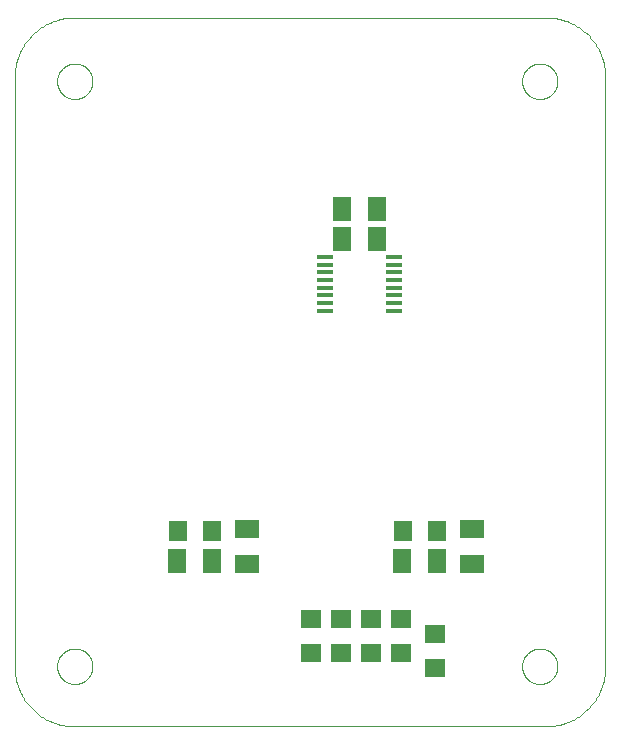
<source format=gbp>
G75*
%MOIN*%
%OFA0B0*%
%FSLAX25Y25*%
%IPPOS*%
%LPD*%
%AMOC8*
5,1,8,0,0,1.08239X$1,22.5*
%
%ADD10C,0.00000*%
%ADD11R,0.05906X0.07874*%
%ADD12R,0.07874X0.05906*%
%ADD13R,0.05800X0.01400*%
%ADD14R,0.07098X0.06299*%
%ADD15R,0.06299X0.07098*%
D10*
X0007850Y0024870D02*
X0007850Y0221720D01*
X0007856Y0222196D01*
X0007873Y0222671D01*
X0007902Y0223146D01*
X0007942Y0223620D01*
X0007994Y0224093D01*
X0008057Y0224564D01*
X0008131Y0225034D01*
X0008217Y0225502D01*
X0008314Y0225968D01*
X0008422Y0226431D01*
X0008541Y0226891D01*
X0008672Y0227349D01*
X0008813Y0227803D01*
X0008966Y0228254D01*
X0009129Y0228700D01*
X0009303Y0229143D01*
X0009488Y0229581D01*
X0009683Y0230015D01*
X0009889Y0230444D01*
X0010105Y0230868D01*
X0010331Y0231287D01*
X0010567Y0231700D01*
X0010813Y0232107D01*
X0011069Y0232508D01*
X0011335Y0232902D01*
X0011610Y0233291D01*
X0011894Y0233672D01*
X0012187Y0234046D01*
X0012489Y0234414D01*
X0012801Y0234774D01*
X0013120Y0235126D01*
X0013448Y0235470D01*
X0013785Y0235807D01*
X0014129Y0236135D01*
X0014481Y0236454D01*
X0014841Y0236766D01*
X0015209Y0237068D01*
X0015583Y0237361D01*
X0015964Y0237645D01*
X0016353Y0237920D01*
X0016747Y0238186D01*
X0017148Y0238442D01*
X0017555Y0238688D01*
X0017968Y0238924D01*
X0018387Y0239150D01*
X0018811Y0239366D01*
X0019240Y0239572D01*
X0019674Y0239767D01*
X0020112Y0239952D01*
X0020555Y0240126D01*
X0021001Y0240289D01*
X0021452Y0240442D01*
X0021906Y0240583D01*
X0022364Y0240714D01*
X0022824Y0240833D01*
X0023287Y0240941D01*
X0023753Y0241038D01*
X0024221Y0241124D01*
X0024691Y0241198D01*
X0025162Y0241261D01*
X0025635Y0241313D01*
X0026109Y0241353D01*
X0026584Y0241382D01*
X0027059Y0241399D01*
X0027535Y0241405D01*
X0027535Y0241406D02*
X0185015Y0241406D01*
X0185015Y0241405D02*
X0185491Y0241399D01*
X0185966Y0241382D01*
X0186441Y0241353D01*
X0186915Y0241313D01*
X0187388Y0241261D01*
X0187859Y0241198D01*
X0188329Y0241124D01*
X0188797Y0241038D01*
X0189263Y0240941D01*
X0189726Y0240833D01*
X0190186Y0240714D01*
X0190644Y0240583D01*
X0191098Y0240442D01*
X0191549Y0240289D01*
X0191995Y0240126D01*
X0192438Y0239952D01*
X0192876Y0239767D01*
X0193310Y0239572D01*
X0193739Y0239366D01*
X0194163Y0239150D01*
X0194582Y0238924D01*
X0194995Y0238688D01*
X0195402Y0238442D01*
X0195803Y0238186D01*
X0196197Y0237920D01*
X0196586Y0237645D01*
X0196967Y0237361D01*
X0197341Y0237068D01*
X0197709Y0236766D01*
X0198069Y0236454D01*
X0198421Y0236135D01*
X0198765Y0235807D01*
X0199102Y0235470D01*
X0199430Y0235126D01*
X0199749Y0234774D01*
X0200061Y0234414D01*
X0200363Y0234046D01*
X0200656Y0233672D01*
X0200940Y0233291D01*
X0201215Y0232902D01*
X0201481Y0232508D01*
X0201737Y0232107D01*
X0201983Y0231700D01*
X0202219Y0231287D01*
X0202445Y0230868D01*
X0202661Y0230444D01*
X0202867Y0230015D01*
X0203062Y0229581D01*
X0203247Y0229143D01*
X0203421Y0228700D01*
X0203584Y0228254D01*
X0203737Y0227803D01*
X0203878Y0227349D01*
X0204009Y0226891D01*
X0204128Y0226431D01*
X0204236Y0225968D01*
X0204333Y0225502D01*
X0204419Y0225034D01*
X0204493Y0224564D01*
X0204556Y0224093D01*
X0204608Y0223620D01*
X0204648Y0223146D01*
X0204677Y0222671D01*
X0204694Y0222196D01*
X0204700Y0221720D01*
X0204700Y0024870D01*
X0204694Y0024394D01*
X0204677Y0023919D01*
X0204648Y0023444D01*
X0204608Y0022970D01*
X0204556Y0022497D01*
X0204493Y0022026D01*
X0204419Y0021556D01*
X0204333Y0021088D01*
X0204236Y0020622D01*
X0204128Y0020159D01*
X0204009Y0019699D01*
X0203878Y0019241D01*
X0203737Y0018787D01*
X0203584Y0018336D01*
X0203421Y0017890D01*
X0203247Y0017447D01*
X0203062Y0017009D01*
X0202867Y0016575D01*
X0202661Y0016146D01*
X0202445Y0015722D01*
X0202219Y0015303D01*
X0201983Y0014890D01*
X0201737Y0014483D01*
X0201481Y0014082D01*
X0201215Y0013688D01*
X0200940Y0013299D01*
X0200656Y0012918D01*
X0200363Y0012544D01*
X0200061Y0012176D01*
X0199749Y0011816D01*
X0199430Y0011464D01*
X0199102Y0011120D01*
X0198765Y0010783D01*
X0198421Y0010455D01*
X0198069Y0010136D01*
X0197709Y0009824D01*
X0197341Y0009522D01*
X0196967Y0009229D01*
X0196586Y0008945D01*
X0196197Y0008670D01*
X0195803Y0008404D01*
X0195402Y0008148D01*
X0194995Y0007902D01*
X0194582Y0007666D01*
X0194163Y0007440D01*
X0193739Y0007224D01*
X0193310Y0007018D01*
X0192876Y0006823D01*
X0192438Y0006638D01*
X0191995Y0006464D01*
X0191549Y0006301D01*
X0191098Y0006148D01*
X0190644Y0006007D01*
X0190186Y0005876D01*
X0189726Y0005757D01*
X0189263Y0005649D01*
X0188797Y0005552D01*
X0188329Y0005466D01*
X0187859Y0005392D01*
X0187388Y0005329D01*
X0186915Y0005277D01*
X0186441Y0005237D01*
X0185966Y0005208D01*
X0185491Y0005191D01*
X0185015Y0005185D01*
X0027535Y0005185D01*
X0027059Y0005191D01*
X0026584Y0005208D01*
X0026109Y0005237D01*
X0025635Y0005277D01*
X0025162Y0005329D01*
X0024691Y0005392D01*
X0024221Y0005466D01*
X0023753Y0005552D01*
X0023287Y0005649D01*
X0022824Y0005757D01*
X0022364Y0005876D01*
X0021906Y0006007D01*
X0021452Y0006148D01*
X0021001Y0006301D01*
X0020555Y0006464D01*
X0020112Y0006638D01*
X0019674Y0006823D01*
X0019240Y0007018D01*
X0018811Y0007224D01*
X0018387Y0007440D01*
X0017968Y0007666D01*
X0017555Y0007902D01*
X0017148Y0008148D01*
X0016747Y0008404D01*
X0016353Y0008670D01*
X0015964Y0008945D01*
X0015583Y0009229D01*
X0015209Y0009522D01*
X0014841Y0009824D01*
X0014481Y0010136D01*
X0014129Y0010455D01*
X0013785Y0010783D01*
X0013448Y0011120D01*
X0013120Y0011464D01*
X0012801Y0011816D01*
X0012489Y0012176D01*
X0012187Y0012544D01*
X0011894Y0012918D01*
X0011610Y0013299D01*
X0011335Y0013688D01*
X0011069Y0014082D01*
X0010813Y0014483D01*
X0010567Y0014890D01*
X0010331Y0015303D01*
X0010105Y0015722D01*
X0009889Y0016146D01*
X0009683Y0016575D01*
X0009488Y0017009D01*
X0009303Y0017447D01*
X0009129Y0017890D01*
X0008966Y0018336D01*
X0008813Y0018787D01*
X0008672Y0019241D01*
X0008541Y0019699D01*
X0008422Y0020159D01*
X0008314Y0020622D01*
X0008217Y0021088D01*
X0008131Y0021556D01*
X0008057Y0022026D01*
X0007994Y0022497D01*
X0007942Y0022970D01*
X0007902Y0023444D01*
X0007873Y0023919D01*
X0007856Y0024394D01*
X0007850Y0024870D01*
X0021944Y0025185D02*
X0021946Y0025338D01*
X0021952Y0025492D01*
X0021962Y0025645D01*
X0021976Y0025797D01*
X0021994Y0025950D01*
X0022016Y0026101D01*
X0022041Y0026252D01*
X0022071Y0026403D01*
X0022105Y0026553D01*
X0022142Y0026701D01*
X0022183Y0026849D01*
X0022228Y0026995D01*
X0022277Y0027141D01*
X0022330Y0027285D01*
X0022386Y0027427D01*
X0022446Y0027568D01*
X0022510Y0027708D01*
X0022577Y0027846D01*
X0022648Y0027982D01*
X0022723Y0028116D01*
X0022800Y0028248D01*
X0022882Y0028378D01*
X0022966Y0028506D01*
X0023054Y0028632D01*
X0023145Y0028755D01*
X0023239Y0028876D01*
X0023337Y0028994D01*
X0023437Y0029110D01*
X0023541Y0029223D01*
X0023647Y0029334D01*
X0023756Y0029442D01*
X0023868Y0029547D01*
X0023982Y0029648D01*
X0024100Y0029747D01*
X0024219Y0029843D01*
X0024341Y0029936D01*
X0024466Y0030025D01*
X0024593Y0030112D01*
X0024722Y0030194D01*
X0024853Y0030274D01*
X0024986Y0030350D01*
X0025121Y0030423D01*
X0025258Y0030492D01*
X0025397Y0030557D01*
X0025537Y0030619D01*
X0025679Y0030677D01*
X0025822Y0030732D01*
X0025967Y0030783D01*
X0026113Y0030830D01*
X0026260Y0030873D01*
X0026408Y0030912D01*
X0026557Y0030948D01*
X0026707Y0030979D01*
X0026858Y0031007D01*
X0027009Y0031031D01*
X0027162Y0031051D01*
X0027314Y0031067D01*
X0027467Y0031079D01*
X0027620Y0031087D01*
X0027773Y0031091D01*
X0027927Y0031091D01*
X0028080Y0031087D01*
X0028233Y0031079D01*
X0028386Y0031067D01*
X0028538Y0031051D01*
X0028691Y0031031D01*
X0028842Y0031007D01*
X0028993Y0030979D01*
X0029143Y0030948D01*
X0029292Y0030912D01*
X0029440Y0030873D01*
X0029587Y0030830D01*
X0029733Y0030783D01*
X0029878Y0030732D01*
X0030021Y0030677D01*
X0030163Y0030619D01*
X0030303Y0030557D01*
X0030442Y0030492D01*
X0030579Y0030423D01*
X0030714Y0030350D01*
X0030847Y0030274D01*
X0030978Y0030194D01*
X0031107Y0030112D01*
X0031234Y0030025D01*
X0031359Y0029936D01*
X0031481Y0029843D01*
X0031600Y0029747D01*
X0031718Y0029648D01*
X0031832Y0029547D01*
X0031944Y0029442D01*
X0032053Y0029334D01*
X0032159Y0029223D01*
X0032263Y0029110D01*
X0032363Y0028994D01*
X0032461Y0028876D01*
X0032555Y0028755D01*
X0032646Y0028632D01*
X0032734Y0028506D01*
X0032818Y0028378D01*
X0032900Y0028248D01*
X0032977Y0028116D01*
X0033052Y0027982D01*
X0033123Y0027846D01*
X0033190Y0027708D01*
X0033254Y0027568D01*
X0033314Y0027427D01*
X0033370Y0027285D01*
X0033423Y0027141D01*
X0033472Y0026995D01*
X0033517Y0026849D01*
X0033558Y0026701D01*
X0033595Y0026553D01*
X0033629Y0026403D01*
X0033659Y0026252D01*
X0033684Y0026101D01*
X0033706Y0025950D01*
X0033724Y0025797D01*
X0033738Y0025645D01*
X0033748Y0025492D01*
X0033754Y0025338D01*
X0033756Y0025185D01*
X0033754Y0025032D01*
X0033748Y0024878D01*
X0033738Y0024725D01*
X0033724Y0024573D01*
X0033706Y0024420D01*
X0033684Y0024269D01*
X0033659Y0024118D01*
X0033629Y0023967D01*
X0033595Y0023817D01*
X0033558Y0023669D01*
X0033517Y0023521D01*
X0033472Y0023375D01*
X0033423Y0023229D01*
X0033370Y0023085D01*
X0033314Y0022943D01*
X0033254Y0022802D01*
X0033190Y0022662D01*
X0033123Y0022524D01*
X0033052Y0022388D01*
X0032977Y0022254D01*
X0032900Y0022122D01*
X0032818Y0021992D01*
X0032734Y0021864D01*
X0032646Y0021738D01*
X0032555Y0021615D01*
X0032461Y0021494D01*
X0032363Y0021376D01*
X0032263Y0021260D01*
X0032159Y0021147D01*
X0032053Y0021036D01*
X0031944Y0020928D01*
X0031832Y0020823D01*
X0031718Y0020722D01*
X0031600Y0020623D01*
X0031481Y0020527D01*
X0031359Y0020434D01*
X0031234Y0020345D01*
X0031107Y0020258D01*
X0030978Y0020176D01*
X0030847Y0020096D01*
X0030714Y0020020D01*
X0030579Y0019947D01*
X0030442Y0019878D01*
X0030303Y0019813D01*
X0030163Y0019751D01*
X0030021Y0019693D01*
X0029878Y0019638D01*
X0029733Y0019587D01*
X0029587Y0019540D01*
X0029440Y0019497D01*
X0029292Y0019458D01*
X0029143Y0019422D01*
X0028993Y0019391D01*
X0028842Y0019363D01*
X0028691Y0019339D01*
X0028538Y0019319D01*
X0028386Y0019303D01*
X0028233Y0019291D01*
X0028080Y0019283D01*
X0027927Y0019279D01*
X0027773Y0019279D01*
X0027620Y0019283D01*
X0027467Y0019291D01*
X0027314Y0019303D01*
X0027162Y0019319D01*
X0027009Y0019339D01*
X0026858Y0019363D01*
X0026707Y0019391D01*
X0026557Y0019422D01*
X0026408Y0019458D01*
X0026260Y0019497D01*
X0026113Y0019540D01*
X0025967Y0019587D01*
X0025822Y0019638D01*
X0025679Y0019693D01*
X0025537Y0019751D01*
X0025397Y0019813D01*
X0025258Y0019878D01*
X0025121Y0019947D01*
X0024986Y0020020D01*
X0024853Y0020096D01*
X0024722Y0020176D01*
X0024593Y0020258D01*
X0024466Y0020345D01*
X0024341Y0020434D01*
X0024219Y0020527D01*
X0024100Y0020623D01*
X0023982Y0020722D01*
X0023868Y0020823D01*
X0023756Y0020928D01*
X0023647Y0021036D01*
X0023541Y0021147D01*
X0023437Y0021260D01*
X0023337Y0021376D01*
X0023239Y0021494D01*
X0023145Y0021615D01*
X0023054Y0021738D01*
X0022966Y0021864D01*
X0022882Y0021992D01*
X0022800Y0022122D01*
X0022723Y0022254D01*
X0022648Y0022388D01*
X0022577Y0022524D01*
X0022510Y0022662D01*
X0022446Y0022802D01*
X0022386Y0022943D01*
X0022330Y0023085D01*
X0022277Y0023229D01*
X0022228Y0023375D01*
X0022183Y0023521D01*
X0022142Y0023669D01*
X0022105Y0023817D01*
X0022071Y0023967D01*
X0022041Y0024118D01*
X0022016Y0024269D01*
X0021994Y0024420D01*
X0021976Y0024573D01*
X0021962Y0024725D01*
X0021952Y0024878D01*
X0021946Y0025032D01*
X0021944Y0025185D01*
X0176944Y0025185D02*
X0176946Y0025338D01*
X0176952Y0025492D01*
X0176962Y0025645D01*
X0176976Y0025797D01*
X0176994Y0025950D01*
X0177016Y0026101D01*
X0177041Y0026252D01*
X0177071Y0026403D01*
X0177105Y0026553D01*
X0177142Y0026701D01*
X0177183Y0026849D01*
X0177228Y0026995D01*
X0177277Y0027141D01*
X0177330Y0027285D01*
X0177386Y0027427D01*
X0177446Y0027568D01*
X0177510Y0027708D01*
X0177577Y0027846D01*
X0177648Y0027982D01*
X0177723Y0028116D01*
X0177800Y0028248D01*
X0177882Y0028378D01*
X0177966Y0028506D01*
X0178054Y0028632D01*
X0178145Y0028755D01*
X0178239Y0028876D01*
X0178337Y0028994D01*
X0178437Y0029110D01*
X0178541Y0029223D01*
X0178647Y0029334D01*
X0178756Y0029442D01*
X0178868Y0029547D01*
X0178982Y0029648D01*
X0179100Y0029747D01*
X0179219Y0029843D01*
X0179341Y0029936D01*
X0179466Y0030025D01*
X0179593Y0030112D01*
X0179722Y0030194D01*
X0179853Y0030274D01*
X0179986Y0030350D01*
X0180121Y0030423D01*
X0180258Y0030492D01*
X0180397Y0030557D01*
X0180537Y0030619D01*
X0180679Y0030677D01*
X0180822Y0030732D01*
X0180967Y0030783D01*
X0181113Y0030830D01*
X0181260Y0030873D01*
X0181408Y0030912D01*
X0181557Y0030948D01*
X0181707Y0030979D01*
X0181858Y0031007D01*
X0182009Y0031031D01*
X0182162Y0031051D01*
X0182314Y0031067D01*
X0182467Y0031079D01*
X0182620Y0031087D01*
X0182773Y0031091D01*
X0182927Y0031091D01*
X0183080Y0031087D01*
X0183233Y0031079D01*
X0183386Y0031067D01*
X0183538Y0031051D01*
X0183691Y0031031D01*
X0183842Y0031007D01*
X0183993Y0030979D01*
X0184143Y0030948D01*
X0184292Y0030912D01*
X0184440Y0030873D01*
X0184587Y0030830D01*
X0184733Y0030783D01*
X0184878Y0030732D01*
X0185021Y0030677D01*
X0185163Y0030619D01*
X0185303Y0030557D01*
X0185442Y0030492D01*
X0185579Y0030423D01*
X0185714Y0030350D01*
X0185847Y0030274D01*
X0185978Y0030194D01*
X0186107Y0030112D01*
X0186234Y0030025D01*
X0186359Y0029936D01*
X0186481Y0029843D01*
X0186600Y0029747D01*
X0186718Y0029648D01*
X0186832Y0029547D01*
X0186944Y0029442D01*
X0187053Y0029334D01*
X0187159Y0029223D01*
X0187263Y0029110D01*
X0187363Y0028994D01*
X0187461Y0028876D01*
X0187555Y0028755D01*
X0187646Y0028632D01*
X0187734Y0028506D01*
X0187818Y0028378D01*
X0187900Y0028248D01*
X0187977Y0028116D01*
X0188052Y0027982D01*
X0188123Y0027846D01*
X0188190Y0027708D01*
X0188254Y0027568D01*
X0188314Y0027427D01*
X0188370Y0027285D01*
X0188423Y0027141D01*
X0188472Y0026995D01*
X0188517Y0026849D01*
X0188558Y0026701D01*
X0188595Y0026553D01*
X0188629Y0026403D01*
X0188659Y0026252D01*
X0188684Y0026101D01*
X0188706Y0025950D01*
X0188724Y0025797D01*
X0188738Y0025645D01*
X0188748Y0025492D01*
X0188754Y0025338D01*
X0188756Y0025185D01*
X0188754Y0025032D01*
X0188748Y0024878D01*
X0188738Y0024725D01*
X0188724Y0024573D01*
X0188706Y0024420D01*
X0188684Y0024269D01*
X0188659Y0024118D01*
X0188629Y0023967D01*
X0188595Y0023817D01*
X0188558Y0023669D01*
X0188517Y0023521D01*
X0188472Y0023375D01*
X0188423Y0023229D01*
X0188370Y0023085D01*
X0188314Y0022943D01*
X0188254Y0022802D01*
X0188190Y0022662D01*
X0188123Y0022524D01*
X0188052Y0022388D01*
X0187977Y0022254D01*
X0187900Y0022122D01*
X0187818Y0021992D01*
X0187734Y0021864D01*
X0187646Y0021738D01*
X0187555Y0021615D01*
X0187461Y0021494D01*
X0187363Y0021376D01*
X0187263Y0021260D01*
X0187159Y0021147D01*
X0187053Y0021036D01*
X0186944Y0020928D01*
X0186832Y0020823D01*
X0186718Y0020722D01*
X0186600Y0020623D01*
X0186481Y0020527D01*
X0186359Y0020434D01*
X0186234Y0020345D01*
X0186107Y0020258D01*
X0185978Y0020176D01*
X0185847Y0020096D01*
X0185714Y0020020D01*
X0185579Y0019947D01*
X0185442Y0019878D01*
X0185303Y0019813D01*
X0185163Y0019751D01*
X0185021Y0019693D01*
X0184878Y0019638D01*
X0184733Y0019587D01*
X0184587Y0019540D01*
X0184440Y0019497D01*
X0184292Y0019458D01*
X0184143Y0019422D01*
X0183993Y0019391D01*
X0183842Y0019363D01*
X0183691Y0019339D01*
X0183538Y0019319D01*
X0183386Y0019303D01*
X0183233Y0019291D01*
X0183080Y0019283D01*
X0182927Y0019279D01*
X0182773Y0019279D01*
X0182620Y0019283D01*
X0182467Y0019291D01*
X0182314Y0019303D01*
X0182162Y0019319D01*
X0182009Y0019339D01*
X0181858Y0019363D01*
X0181707Y0019391D01*
X0181557Y0019422D01*
X0181408Y0019458D01*
X0181260Y0019497D01*
X0181113Y0019540D01*
X0180967Y0019587D01*
X0180822Y0019638D01*
X0180679Y0019693D01*
X0180537Y0019751D01*
X0180397Y0019813D01*
X0180258Y0019878D01*
X0180121Y0019947D01*
X0179986Y0020020D01*
X0179853Y0020096D01*
X0179722Y0020176D01*
X0179593Y0020258D01*
X0179466Y0020345D01*
X0179341Y0020434D01*
X0179219Y0020527D01*
X0179100Y0020623D01*
X0178982Y0020722D01*
X0178868Y0020823D01*
X0178756Y0020928D01*
X0178647Y0021036D01*
X0178541Y0021147D01*
X0178437Y0021260D01*
X0178337Y0021376D01*
X0178239Y0021494D01*
X0178145Y0021615D01*
X0178054Y0021738D01*
X0177966Y0021864D01*
X0177882Y0021992D01*
X0177800Y0022122D01*
X0177723Y0022254D01*
X0177648Y0022388D01*
X0177577Y0022524D01*
X0177510Y0022662D01*
X0177446Y0022802D01*
X0177386Y0022943D01*
X0177330Y0023085D01*
X0177277Y0023229D01*
X0177228Y0023375D01*
X0177183Y0023521D01*
X0177142Y0023669D01*
X0177105Y0023817D01*
X0177071Y0023967D01*
X0177041Y0024118D01*
X0177016Y0024269D01*
X0176994Y0024420D01*
X0176976Y0024573D01*
X0176962Y0024725D01*
X0176952Y0024878D01*
X0176946Y0025032D01*
X0176944Y0025185D01*
X0176944Y0220185D02*
X0176946Y0220338D01*
X0176952Y0220492D01*
X0176962Y0220645D01*
X0176976Y0220797D01*
X0176994Y0220950D01*
X0177016Y0221101D01*
X0177041Y0221252D01*
X0177071Y0221403D01*
X0177105Y0221553D01*
X0177142Y0221701D01*
X0177183Y0221849D01*
X0177228Y0221995D01*
X0177277Y0222141D01*
X0177330Y0222285D01*
X0177386Y0222427D01*
X0177446Y0222568D01*
X0177510Y0222708D01*
X0177577Y0222846D01*
X0177648Y0222982D01*
X0177723Y0223116D01*
X0177800Y0223248D01*
X0177882Y0223378D01*
X0177966Y0223506D01*
X0178054Y0223632D01*
X0178145Y0223755D01*
X0178239Y0223876D01*
X0178337Y0223994D01*
X0178437Y0224110D01*
X0178541Y0224223D01*
X0178647Y0224334D01*
X0178756Y0224442D01*
X0178868Y0224547D01*
X0178982Y0224648D01*
X0179100Y0224747D01*
X0179219Y0224843D01*
X0179341Y0224936D01*
X0179466Y0225025D01*
X0179593Y0225112D01*
X0179722Y0225194D01*
X0179853Y0225274D01*
X0179986Y0225350D01*
X0180121Y0225423D01*
X0180258Y0225492D01*
X0180397Y0225557D01*
X0180537Y0225619D01*
X0180679Y0225677D01*
X0180822Y0225732D01*
X0180967Y0225783D01*
X0181113Y0225830D01*
X0181260Y0225873D01*
X0181408Y0225912D01*
X0181557Y0225948D01*
X0181707Y0225979D01*
X0181858Y0226007D01*
X0182009Y0226031D01*
X0182162Y0226051D01*
X0182314Y0226067D01*
X0182467Y0226079D01*
X0182620Y0226087D01*
X0182773Y0226091D01*
X0182927Y0226091D01*
X0183080Y0226087D01*
X0183233Y0226079D01*
X0183386Y0226067D01*
X0183538Y0226051D01*
X0183691Y0226031D01*
X0183842Y0226007D01*
X0183993Y0225979D01*
X0184143Y0225948D01*
X0184292Y0225912D01*
X0184440Y0225873D01*
X0184587Y0225830D01*
X0184733Y0225783D01*
X0184878Y0225732D01*
X0185021Y0225677D01*
X0185163Y0225619D01*
X0185303Y0225557D01*
X0185442Y0225492D01*
X0185579Y0225423D01*
X0185714Y0225350D01*
X0185847Y0225274D01*
X0185978Y0225194D01*
X0186107Y0225112D01*
X0186234Y0225025D01*
X0186359Y0224936D01*
X0186481Y0224843D01*
X0186600Y0224747D01*
X0186718Y0224648D01*
X0186832Y0224547D01*
X0186944Y0224442D01*
X0187053Y0224334D01*
X0187159Y0224223D01*
X0187263Y0224110D01*
X0187363Y0223994D01*
X0187461Y0223876D01*
X0187555Y0223755D01*
X0187646Y0223632D01*
X0187734Y0223506D01*
X0187818Y0223378D01*
X0187900Y0223248D01*
X0187977Y0223116D01*
X0188052Y0222982D01*
X0188123Y0222846D01*
X0188190Y0222708D01*
X0188254Y0222568D01*
X0188314Y0222427D01*
X0188370Y0222285D01*
X0188423Y0222141D01*
X0188472Y0221995D01*
X0188517Y0221849D01*
X0188558Y0221701D01*
X0188595Y0221553D01*
X0188629Y0221403D01*
X0188659Y0221252D01*
X0188684Y0221101D01*
X0188706Y0220950D01*
X0188724Y0220797D01*
X0188738Y0220645D01*
X0188748Y0220492D01*
X0188754Y0220338D01*
X0188756Y0220185D01*
X0188754Y0220032D01*
X0188748Y0219878D01*
X0188738Y0219725D01*
X0188724Y0219573D01*
X0188706Y0219420D01*
X0188684Y0219269D01*
X0188659Y0219118D01*
X0188629Y0218967D01*
X0188595Y0218817D01*
X0188558Y0218669D01*
X0188517Y0218521D01*
X0188472Y0218375D01*
X0188423Y0218229D01*
X0188370Y0218085D01*
X0188314Y0217943D01*
X0188254Y0217802D01*
X0188190Y0217662D01*
X0188123Y0217524D01*
X0188052Y0217388D01*
X0187977Y0217254D01*
X0187900Y0217122D01*
X0187818Y0216992D01*
X0187734Y0216864D01*
X0187646Y0216738D01*
X0187555Y0216615D01*
X0187461Y0216494D01*
X0187363Y0216376D01*
X0187263Y0216260D01*
X0187159Y0216147D01*
X0187053Y0216036D01*
X0186944Y0215928D01*
X0186832Y0215823D01*
X0186718Y0215722D01*
X0186600Y0215623D01*
X0186481Y0215527D01*
X0186359Y0215434D01*
X0186234Y0215345D01*
X0186107Y0215258D01*
X0185978Y0215176D01*
X0185847Y0215096D01*
X0185714Y0215020D01*
X0185579Y0214947D01*
X0185442Y0214878D01*
X0185303Y0214813D01*
X0185163Y0214751D01*
X0185021Y0214693D01*
X0184878Y0214638D01*
X0184733Y0214587D01*
X0184587Y0214540D01*
X0184440Y0214497D01*
X0184292Y0214458D01*
X0184143Y0214422D01*
X0183993Y0214391D01*
X0183842Y0214363D01*
X0183691Y0214339D01*
X0183538Y0214319D01*
X0183386Y0214303D01*
X0183233Y0214291D01*
X0183080Y0214283D01*
X0182927Y0214279D01*
X0182773Y0214279D01*
X0182620Y0214283D01*
X0182467Y0214291D01*
X0182314Y0214303D01*
X0182162Y0214319D01*
X0182009Y0214339D01*
X0181858Y0214363D01*
X0181707Y0214391D01*
X0181557Y0214422D01*
X0181408Y0214458D01*
X0181260Y0214497D01*
X0181113Y0214540D01*
X0180967Y0214587D01*
X0180822Y0214638D01*
X0180679Y0214693D01*
X0180537Y0214751D01*
X0180397Y0214813D01*
X0180258Y0214878D01*
X0180121Y0214947D01*
X0179986Y0215020D01*
X0179853Y0215096D01*
X0179722Y0215176D01*
X0179593Y0215258D01*
X0179466Y0215345D01*
X0179341Y0215434D01*
X0179219Y0215527D01*
X0179100Y0215623D01*
X0178982Y0215722D01*
X0178868Y0215823D01*
X0178756Y0215928D01*
X0178647Y0216036D01*
X0178541Y0216147D01*
X0178437Y0216260D01*
X0178337Y0216376D01*
X0178239Y0216494D01*
X0178145Y0216615D01*
X0178054Y0216738D01*
X0177966Y0216864D01*
X0177882Y0216992D01*
X0177800Y0217122D01*
X0177723Y0217254D01*
X0177648Y0217388D01*
X0177577Y0217524D01*
X0177510Y0217662D01*
X0177446Y0217802D01*
X0177386Y0217943D01*
X0177330Y0218085D01*
X0177277Y0218229D01*
X0177228Y0218375D01*
X0177183Y0218521D01*
X0177142Y0218669D01*
X0177105Y0218817D01*
X0177071Y0218967D01*
X0177041Y0219118D01*
X0177016Y0219269D01*
X0176994Y0219420D01*
X0176976Y0219573D01*
X0176962Y0219725D01*
X0176952Y0219878D01*
X0176946Y0220032D01*
X0176944Y0220185D01*
X0021944Y0220185D02*
X0021946Y0220338D01*
X0021952Y0220492D01*
X0021962Y0220645D01*
X0021976Y0220797D01*
X0021994Y0220950D01*
X0022016Y0221101D01*
X0022041Y0221252D01*
X0022071Y0221403D01*
X0022105Y0221553D01*
X0022142Y0221701D01*
X0022183Y0221849D01*
X0022228Y0221995D01*
X0022277Y0222141D01*
X0022330Y0222285D01*
X0022386Y0222427D01*
X0022446Y0222568D01*
X0022510Y0222708D01*
X0022577Y0222846D01*
X0022648Y0222982D01*
X0022723Y0223116D01*
X0022800Y0223248D01*
X0022882Y0223378D01*
X0022966Y0223506D01*
X0023054Y0223632D01*
X0023145Y0223755D01*
X0023239Y0223876D01*
X0023337Y0223994D01*
X0023437Y0224110D01*
X0023541Y0224223D01*
X0023647Y0224334D01*
X0023756Y0224442D01*
X0023868Y0224547D01*
X0023982Y0224648D01*
X0024100Y0224747D01*
X0024219Y0224843D01*
X0024341Y0224936D01*
X0024466Y0225025D01*
X0024593Y0225112D01*
X0024722Y0225194D01*
X0024853Y0225274D01*
X0024986Y0225350D01*
X0025121Y0225423D01*
X0025258Y0225492D01*
X0025397Y0225557D01*
X0025537Y0225619D01*
X0025679Y0225677D01*
X0025822Y0225732D01*
X0025967Y0225783D01*
X0026113Y0225830D01*
X0026260Y0225873D01*
X0026408Y0225912D01*
X0026557Y0225948D01*
X0026707Y0225979D01*
X0026858Y0226007D01*
X0027009Y0226031D01*
X0027162Y0226051D01*
X0027314Y0226067D01*
X0027467Y0226079D01*
X0027620Y0226087D01*
X0027773Y0226091D01*
X0027927Y0226091D01*
X0028080Y0226087D01*
X0028233Y0226079D01*
X0028386Y0226067D01*
X0028538Y0226051D01*
X0028691Y0226031D01*
X0028842Y0226007D01*
X0028993Y0225979D01*
X0029143Y0225948D01*
X0029292Y0225912D01*
X0029440Y0225873D01*
X0029587Y0225830D01*
X0029733Y0225783D01*
X0029878Y0225732D01*
X0030021Y0225677D01*
X0030163Y0225619D01*
X0030303Y0225557D01*
X0030442Y0225492D01*
X0030579Y0225423D01*
X0030714Y0225350D01*
X0030847Y0225274D01*
X0030978Y0225194D01*
X0031107Y0225112D01*
X0031234Y0225025D01*
X0031359Y0224936D01*
X0031481Y0224843D01*
X0031600Y0224747D01*
X0031718Y0224648D01*
X0031832Y0224547D01*
X0031944Y0224442D01*
X0032053Y0224334D01*
X0032159Y0224223D01*
X0032263Y0224110D01*
X0032363Y0223994D01*
X0032461Y0223876D01*
X0032555Y0223755D01*
X0032646Y0223632D01*
X0032734Y0223506D01*
X0032818Y0223378D01*
X0032900Y0223248D01*
X0032977Y0223116D01*
X0033052Y0222982D01*
X0033123Y0222846D01*
X0033190Y0222708D01*
X0033254Y0222568D01*
X0033314Y0222427D01*
X0033370Y0222285D01*
X0033423Y0222141D01*
X0033472Y0221995D01*
X0033517Y0221849D01*
X0033558Y0221701D01*
X0033595Y0221553D01*
X0033629Y0221403D01*
X0033659Y0221252D01*
X0033684Y0221101D01*
X0033706Y0220950D01*
X0033724Y0220797D01*
X0033738Y0220645D01*
X0033748Y0220492D01*
X0033754Y0220338D01*
X0033756Y0220185D01*
X0033754Y0220032D01*
X0033748Y0219878D01*
X0033738Y0219725D01*
X0033724Y0219573D01*
X0033706Y0219420D01*
X0033684Y0219269D01*
X0033659Y0219118D01*
X0033629Y0218967D01*
X0033595Y0218817D01*
X0033558Y0218669D01*
X0033517Y0218521D01*
X0033472Y0218375D01*
X0033423Y0218229D01*
X0033370Y0218085D01*
X0033314Y0217943D01*
X0033254Y0217802D01*
X0033190Y0217662D01*
X0033123Y0217524D01*
X0033052Y0217388D01*
X0032977Y0217254D01*
X0032900Y0217122D01*
X0032818Y0216992D01*
X0032734Y0216864D01*
X0032646Y0216738D01*
X0032555Y0216615D01*
X0032461Y0216494D01*
X0032363Y0216376D01*
X0032263Y0216260D01*
X0032159Y0216147D01*
X0032053Y0216036D01*
X0031944Y0215928D01*
X0031832Y0215823D01*
X0031718Y0215722D01*
X0031600Y0215623D01*
X0031481Y0215527D01*
X0031359Y0215434D01*
X0031234Y0215345D01*
X0031107Y0215258D01*
X0030978Y0215176D01*
X0030847Y0215096D01*
X0030714Y0215020D01*
X0030579Y0214947D01*
X0030442Y0214878D01*
X0030303Y0214813D01*
X0030163Y0214751D01*
X0030021Y0214693D01*
X0029878Y0214638D01*
X0029733Y0214587D01*
X0029587Y0214540D01*
X0029440Y0214497D01*
X0029292Y0214458D01*
X0029143Y0214422D01*
X0028993Y0214391D01*
X0028842Y0214363D01*
X0028691Y0214339D01*
X0028538Y0214319D01*
X0028386Y0214303D01*
X0028233Y0214291D01*
X0028080Y0214283D01*
X0027927Y0214279D01*
X0027773Y0214279D01*
X0027620Y0214283D01*
X0027467Y0214291D01*
X0027314Y0214303D01*
X0027162Y0214319D01*
X0027009Y0214339D01*
X0026858Y0214363D01*
X0026707Y0214391D01*
X0026557Y0214422D01*
X0026408Y0214458D01*
X0026260Y0214497D01*
X0026113Y0214540D01*
X0025967Y0214587D01*
X0025822Y0214638D01*
X0025679Y0214693D01*
X0025537Y0214751D01*
X0025397Y0214813D01*
X0025258Y0214878D01*
X0025121Y0214947D01*
X0024986Y0215020D01*
X0024853Y0215096D01*
X0024722Y0215176D01*
X0024593Y0215258D01*
X0024466Y0215345D01*
X0024341Y0215434D01*
X0024219Y0215527D01*
X0024100Y0215623D01*
X0023982Y0215722D01*
X0023868Y0215823D01*
X0023756Y0215928D01*
X0023647Y0216036D01*
X0023541Y0216147D01*
X0023437Y0216260D01*
X0023337Y0216376D01*
X0023239Y0216494D01*
X0023145Y0216615D01*
X0023054Y0216738D01*
X0022966Y0216864D01*
X0022882Y0216992D01*
X0022800Y0217122D01*
X0022723Y0217254D01*
X0022648Y0217388D01*
X0022577Y0217524D01*
X0022510Y0217662D01*
X0022446Y0217802D01*
X0022386Y0217943D01*
X0022330Y0218085D01*
X0022277Y0218229D01*
X0022228Y0218375D01*
X0022183Y0218521D01*
X0022142Y0218669D01*
X0022105Y0218817D01*
X0022071Y0218967D01*
X0022041Y0219118D01*
X0022016Y0219269D01*
X0021994Y0219420D01*
X0021976Y0219573D01*
X0021962Y0219725D01*
X0021952Y0219878D01*
X0021946Y0220032D01*
X0021944Y0220185D01*
D11*
X0116944Y0177685D03*
X0116944Y0167685D03*
X0128756Y0167685D03*
X0128756Y0177685D03*
X0136944Y0060185D03*
X0148756Y0060185D03*
X0073756Y0060185D03*
X0061944Y0060185D03*
D12*
X0085350Y0059280D03*
X0085350Y0071091D03*
X0160350Y0071091D03*
X0160350Y0059280D03*
D13*
X0134350Y0143685D03*
X0134350Y0146285D03*
X0134350Y0148885D03*
X0134350Y0151385D03*
X0134350Y0153985D03*
X0134350Y0156485D03*
X0134350Y0159085D03*
X0134350Y0161685D03*
X0111350Y0161685D03*
X0111350Y0159085D03*
X0111350Y0156485D03*
X0111350Y0153985D03*
X0111350Y0151385D03*
X0111350Y0148885D03*
X0111350Y0146285D03*
X0111350Y0143685D03*
D14*
X0106600Y0040783D03*
X0116600Y0040783D03*
X0126600Y0040783D03*
X0136600Y0040783D03*
X0136600Y0029587D03*
X0126600Y0029587D03*
X0116600Y0029587D03*
X0106600Y0029587D03*
X0147850Y0024587D03*
X0147850Y0035783D03*
D15*
X0148448Y0070185D03*
X0137252Y0070185D03*
X0073448Y0070185D03*
X0062252Y0070185D03*
M02*

</source>
